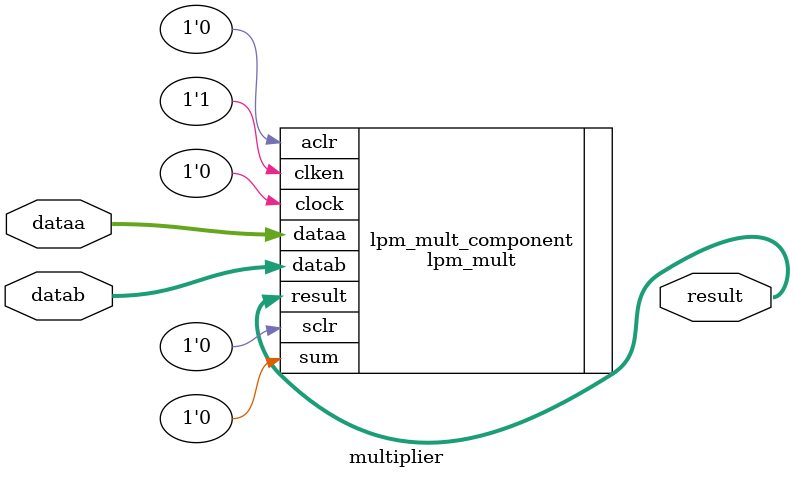
<source format=v>
module multiplier (
  dataa,
  datab,
  result);
  input  wire [15:0]  dataa;
  input  wire [15:0]  datab;
  output  wire [31:0]  result;
  lpm_mult  lpm_mult_component (
        .dataa (dataa),
        .datab (datab),
        .result (result),
        .aclr (1'b0),
        .clken (1'b1),
        .clock (1'b0),
        .sclr (1'b0),
        .sum (1'b0));
  defparam
    lpm_mult_component.lpm_hint = "MAXIMIZE_SPEED=5",
    lpm_mult_component.lpm_representation = "SIGNED",
    lpm_mult_component.lpm_type = "LPM_MULT",
    lpm_mult_component.lpm_widtha = 16,
    lpm_mult_component.lpm_widthb = 16,
    lpm_mult_component.lpm_widthp = 32;
endmodule
</source>
